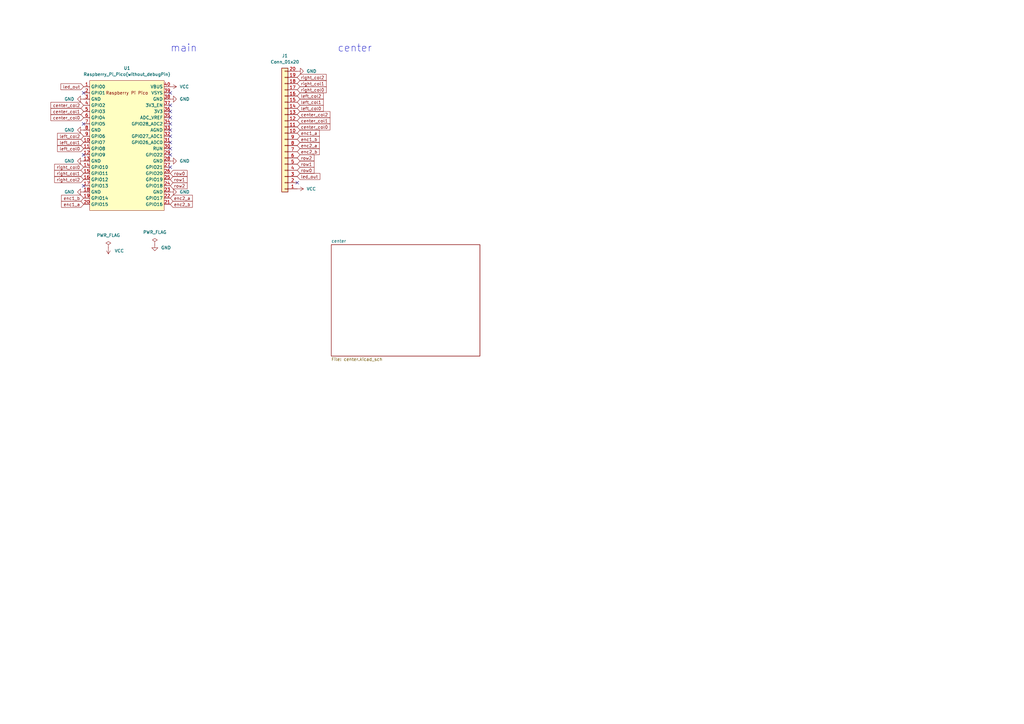
<source format=kicad_sch>
(kicad_sch (version 20211123) (generator eeschema)
  (paper "A3")
  (lib_symbols
    (symbol "Connector_Generic:Conn_01x20" (pin_names (offset 1.016) hide)
      (property "Reference" "J" (at 0 25.4 0))
      (property "Value" "Conn_01x20" (at 0 -27.94 0))
      (symbol "Conn_01x20_1_1"
        (rectangle (start -1.27 -25.273) (end 0 -25.527) (stroke (width 0.1524)))
        (rectangle (start -1.27 -22.733) (end 0 -22.987) (stroke (width 0.1524)))
        (rectangle (start -1.27 -20.193) (end 0 -20.447) (stroke (width 0.1524)))
        (rectangle (start -1.27 -17.653) (end 0 -17.907) (stroke (width 0.1524)))
        (rectangle (start -1.27 -15.113) (end 0 -15.367) (stroke (width 0.1524)))
        (rectangle (start -1.27 -12.573) (end 0 -12.827) (stroke (width 0.1524)))
        (rectangle (start -1.27 -10.033) (end 0 -10.287) (stroke (width 0.1524)))
        (rectangle (start -1.27 -7.493) (end 0 -7.747) (stroke (width 0.1524)))
        (rectangle (start -1.27 -4.953) (end 0 -5.207) (stroke (width 0.1524)))
        (rectangle (start -1.27 -2.413) (end 0 -2.667) (stroke (width 0.1524)))
        (rectangle (start -1.27 0.127) (end 0 -0.127) (stroke (width 0.1524)))
        (rectangle (start -1.27 2.667) (end 0 2.413) (stroke (width 0.1524)))
        (rectangle (start -1.27 5.207) (end 0 4.953) (stroke (width 0.1524)))
        (rectangle (start -1.27 7.747) (end 0 7.493) (stroke (width 0.1524)))
        (rectangle (start -1.27 10.287) (end 0 10.033) (stroke (width 0.1524)))
        (rectangle (start -1.27 12.827) (end 0 12.573) (stroke (width 0.1524)))
        (rectangle (start -1.27 15.367) (end 0 15.113) (stroke (width 0.1524)))
        (rectangle (start -1.27 17.907) (end 0 17.653) (stroke (width 0.1524)))
        (rectangle (start -1.27 20.447) (end 0 20.193) (stroke (width 0.1524)))
        (rectangle (start -1.27 22.987) (end 0 22.733) (stroke (width 0.1524)))
        (rectangle (start -1.27 24.13) (end 1.27 -26.67) (stroke (width 0.254)) (fill (type background)))
        (pin passive line (at -5.08 22.86 0) (length 3.81) (name "Pin_1") (number "1"))
        (pin passive line (at -5.08 0 0) (length 3.81) (name "Pin_10") (number "10"))
        (pin passive line (at -5.08 -2.54 0) (length 3.81) (name "Pin_11") (number "11"))
        (pin passive line (at -5.08 -5.08 0) (length 3.81) (name "Pin_12") (number "12"))
        (pin passive line (at -5.08 -7.62 0) (length 3.81) (name "Pin_13") (number "13"))
        (pin passive line (at -5.08 -10.16 0) (length 3.81) (name "Pin_14") (number "14"))
        (pin passive line (at -5.08 -12.7 0) (length 3.81) (name "Pin_15") (number "15"))
        (pin passive line (at -5.08 -15.24 0) (length 3.81) (name "Pin_16") (number "16"))
        (pin passive line (at -5.08 -17.78 0) (length 3.81) (name "Pin_17") (number "17"))
        (pin passive line (at -5.08 -20.32 0) (length 3.81) (name "Pin_18") (number "18"))
        (pin passive line (at -5.08 -22.86 0) (length 3.81) (name "Pin_19") (number "19"))
        (pin passive line (at -5.08 20.32 0) (length 3.81) (name "Pin_2") (number "2"))
        (pin passive line (at -5.08 -25.4 0) (length 3.81) (name "Pin_20") (number "20"))
        (pin passive line (at -5.08 17.78 0) (length 3.81) (name "Pin_3") (number "3"))
        (pin passive line (at -5.08 15.24 0) (length 3.81) (name "Pin_4") (number "4"))
        (pin passive line (at -5.08 12.7 0) (length 3.81) (name "Pin_5") (number "5"))
        (pin passive line (at -5.08 10.16 0) (length 3.81) (name "Pin_6") (number "6"))
        (pin passive line (at -5.08 7.62 0) (length 3.81) (name "Pin_7") (number "7"))
        (pin passive line (at -5.08 5.08 0) (length 3.81) (name "Pin_8") (number "8"))
        (pin passive line (at -5.08 2.54 0) (length 3.81) (name "Pin_9") (number "9"))
      )
    )
    (symbol "mikamo3:Raspberry_Pi_Pico(without_debugPin)"
      (property "Reference" "U" (at -13.97 27.94 0))
      (property "Value" "Raspberry_Pi_Pico(without_debugPin)" (at 0 19.05 0))
      (symbol "Raspberry_Pi_Pico(without_debugPin)_0_0"
        (text "Raspberry Pi Pico" (at 0 21.59 0) (effects (font (size 1.27 1.27))))
      )
      (symbol "Raspberry_Pi_Pico(without_debugPin)_0_1"
        (rectangle (start -15.24 26.67) (end 15.24 -26.67) (fill (type background)))
      )
      (symbol "Raspberry_Pi_Pico(without_debugPin)_1_1"
        (pin bidirectional line (at -17.78 24.13 0) (length 2.54) (name "GPIO0") (number "1"))
        (pin bidirectional line (at -17.78 1.27 0) (length 2.54) (name "GPIO7") (number "10"))
        (pin bidirectional line (at -17.78 -1.27 0) (length 2.54) (name "GPIO8") (number "11"))
        (pin bidirectional line (at -17.78 -3.81 0) (length 2.54) (name "GPIO9") (number "12"))
        (pin power_in line (at -17.78 -6.35 0) (length 2.54) (name "GND") (number "13"))
        (pin bidirectional line (at -17.78 -8.89 0) (length 2.54) (name "GPIO10") (number "14"))
        (pin bidirectional line (at -17.78 -11.43 0) (length 2.54) (name "GPIO11") (number "15"))
        (pin bidirectional line (at -17.78 -13.97 0) (length 2.54) (name "GPIO12") (number "16"))
        (pin bidirectional line (at -17.78 -16.51 0) (length 2.54) (name "GPIO13") (number "17"))
        (pin power_in line (at -17.78 -19.05 0) (length 2.54) (name "GND") (number "18"))
        (pin bidirectional line (at -17.78 -21.59 0) (length 2.54) (name "GPIO14") (number "19"))
        (pin bidirectional line (at -17.78 21.59 0) (length 2.54) (name "GPIO1") (number "2"))
        (pin bidirectional line (at -17.78 -24.13 0) (length 2.54) (name "GPIO15") (number "20"))
        (pin bidirectional line (at 17.78 -24.13 180) (length 2.54) (name "GPIO16") (number "21"))
        (pin bidirectional line (at 17.78 -21.59 180) (length 2.54) (name "GPIO17") (number "22"))
        (pin power_in line (at 17.78 -19.05 180) (length 2.54) (name "GND") (number "23"))
        (pin bidirectional line (at 17.78 -16.51 180) (length 2.54) (name "GPIO18") (number "24"))
        (pin bidirectional line (at 17.78 -13.97 180) (length 2.54) (name "GPIO19") (number "25"))
        (pin bidirectional line (at 17.78 -11.43 180) (length 2.54) (name "GPIO20") (number "26"))
        (pin bidirectional line (at 17.78 -8.89 180) (length 2.54) (name "GPIO21") (number "27"))
        (pin power_in line (at 17.78 -6.35 180) (length 2.54) (name "GND") (number "28"))
        (pin bidirectional line (at 17.78 -3.81 180) (length 2.54) (name "GPIO22") (number "29"))
        (pin power_in line (at -17.78 19.05 0) (length 2.54) (name "GND") (number "3"))
        (pin input line (at 17.78 -1.27 180) (length 2.54) (name "RUN") (number "30"))
        (pin bidirectional line (at 17.78 1.27 180) (length 2.54) (name "GPIO26_ADC0") (number "31"))
        (pin bidirectional line (at 17.78 3.81 180) (length 2.54) (name "GPIO27_ADC1") (number "32"))
        (pin power_in line (at 17.78 6.35 180) (length 2.54) (name "AGND") (number "33"))
        (pin bidirectional line (at 17.78 8.89 180) (length 2.54) (name "GPIO28_ADC2") (number "34"))
        (pin power_in line (at 17.78 11.43 180) (length 2.54) (name "ADC_VREF") (number "35"))
        (pin power_in line (at 17.78 13.97 180) (length 2.54) (name "3V3") (number "36"))
        (pin input line (at 17.78 16.51 180) (length 2.54) (name "3V3_EN") (number "37"))
        (pin power_in line (at 17.78 19.05 180) (length 2.54) (name "GND") (number "38"))
        (pin power_in line (at 17.78 21.59 180) (length 2.54) (name "VSYS") (number "39"))
        (pin bidirectional line (at -17.78 16.51 0) (length 2.54) (name "GPIO2") (number "4"))
        (pin power_in line (at 17.78 24.13 180) (length 2.54) (name "VBUS") (number "40"))
        (pin bidirectional line (at -17.78 13.97 0) (length 2.54) (name "GPIO3") (number "5"))
        (pin bidirectional line (at -17.78 11.43 0) (length 2.54) (name "GPIO4") (number "6"))
        (pin bidirectional line (at -17.78 8.89 0) (length 2.54) (name "GPIO5") (number "7"))
        (pin power_in line (at -17.78 6.35 0) (length 2.54) (name "GND") (number "8"))
        (pin bidirectional line (at -17.78 3.81 0) (length 2.54) (name "GPIO6") (number "9"))
      )
    )
    (symbol "power:GND" (power) (pin_names (offset 0))
      (property "Value" "GND" (at 0 -3.81 0))
      (symbol "GND_0_1"
        (polyline (pts (xy 0 0) (xy 0 -1.27) (xy 1.27 -1.27) (xy 0 -2.54) (xy -1.27 -1.27) (xy 0 -1.27)))
      )
      (symbol "GND_1_1"
        (pin power_in line (at 0 0 270) (length 0) hide (name "GND") (number "1"))
      )
    )
    (symbol "power:PWR_FLAG" (power) (pin_numbers hide) (pin_names (offset 0) hide)
      (property "Value" "PWR_FLAG" (at 0 3.81 0))
      (symbol "PWR_FLAG_0_0"
        (pin power_out line (at 0 0 90) (length 0) (name "pwr") (number "1"))
      )
      (symbol "PWR_FLAG_0_1"
        (polyline (pts (xy 0 0) (xy 0 1.27) (xy -1.016 1.905) (xy 0 2.54) (xy 1.016 1.905) (xy 0 1.27)))
      )
    )
    (symbol "power:VCC" (power) (pin_names (offset 0))
      (property "Value" "VCC" (at 0 3.81 0))
      (symbol "VCC_0_1"
        (polyline (pts (xy -0.762 1.27) (xy 0 2.54)))
        (polyline (pts (xy 0 0) (xy 0 2.54)))
        (polyline (pts (xy 0 2.54) (xy 0.762 1.27)))
      )
      (symbol "VCC_1_1"
        (pin power_in line (at 0 0 90) (length 0) hide (name "VCC") (number "1"))
      )
    )
  )
  (no_connect (at 69.85 60.96))
  (no_connect (at 69.85 50.8))
  (no_connect (at 69.85 53.34))
  (no_connect (at 69.85 43.18))
  (no_connect (at 69.85 45.72))
  (no_connect (at 69.85 63.5))
  (no_connect (at 34.29 63.5))
  (no_connect (at 69.85 58.42))
  (no_connect (at 69.85 48.26))
  (no_connect (at 34.29 38.1))
  (no_connect (at 69.85 38.1))
  (no_connect (at 69.85 68.58))
  (no_connect (at 69.85 55.88))
  (no_connect (at 34.29 50.8))
  (no_connect (at 121.92 74.93))
  (no_connect (at 34.29 76.2))
  (text "center" (at 138.43 21.59 0) (effects (font (size 3 3)) (justify left bottom)))
  (text "main" (at 69.85 21.59 0) (effects (font (size 3 3)) (justify left bottom)))
  (global_label "enc1_b" (shape input) (at 121.92 57.15 0) (property "シート間のリファレンス" "${INTERSHEET_REFS}" (effects hide)))
  (global_label "row2" (shape input) (at 69.85 76.2 0) (property "シート間のリファレンス" "${INTERSHEET_REFS}" (effects hide)))
  (global_label "center_col0" (shape input) (at 121.92 52.07 0) (property "シート間のリファレンス" "${INTERSHEET_REFS}" (effects hide)))
  (global_label "row1" (shape input) (at 121.92 67.31 0) (property "シート間のリファレンス" "${INTERSHEET_REFS}" (effects hide)))
  (global_label "row0" (shape input) (at 69.85 71.12 0) (property "シート間のリファレンス" "${INTERSHEET_REFS}" (effects hide)))
  (global_label "right_col2" (shape input) (at 121.92 31.75 0) (property "シート間のリファレンス" "${INTERSHEET_REFS}" (effects hide)))
  (global_label "center_col0" (shape input) (at 34.29 48.26 180) (property "シート間のリファレンス" "${INTERSHEET_REFS}" (effects hide)))
  (global_label "center_col1" (shape input) (at 34.29 45.72 180) (property "シート間のリファレンス" "${INTERSHEET_REFS}" (effects hide)))
  (global_label "right_col0" (shape input) (at 34.29 68.58 180) (property "シート間のリファレンス" "${INTERSHEET_REFS}" (effects hide)))
  (global_label "row2" (shape input) (at 121.92 64.77 0) (property "シート間のリファレンス" "${INTERSHEET_REFS}" (effects hide)))
  (global_label "led_out" (shape input) (at 121.92 72.39 0) (property "シート間のリファレンス" "${INTERSHEET_REFS}" (effects hide)))
  (global_label "led_out" (shape input) (at 34.29 35.56 180) (property "シート間のリファレンス" "${INTERSHEET_REFS}" (effects hide)))
  (global_label "enc1_b" (shape input) (at 34.29 81.28 180) (property "シート間のリファレンス" "${INTERSHEET_REFS}" (effects hide)))
  (global_label "row1" (shape input) (at 69.85 73.66 0) (property "シート間のリファレンス" "${INTERSHEET_REFS}" (effects hide)))
  (global_label "center_col1" (shape input) (at 121.92 49.53 0) (property "シート間のリファレンス" "${INTERSHEET_REFS}" (effects hide)))
  (global_label "left_col2" (shape input) (at 121.92 39.37 0) (property "シート間のリファレンス" "${INTERSHEET_REFS}" (effects hide)))
  (global_label "left_col0" (shape input) (at 34.29 60.96 180) (property "シート間のリファレンス" "${INTERSHEET_REFS}" (effects hide)))
  (global_label "right_col2" (shape input) (at 34.29 73.66 180) (property "シート間のリファレンス" "${INTERSHEET_REFS}" (effects hide)))
  (global_label "enc1_a" (shape input) (at 34.29 83.82 180) (property "シート間のリファレンス" "${INTERSHEET_REFS}" (effects hide)))
  (global_label "center_col2" (shape input) (at 121.92 46.99 0) (property "シート間のリファレンス" "${INTERSHEET_REFS}" (effects hide)))
  (global_label "enc2_a" (shape input) (at 121.92 59.69 0) (property "シート間のリファレンス" "${INTERSHEET_REFS}" (effects hide)))
  (global_label "center_col2" (shape input) (at 34.29 43.18 180) (property "シート間のリファレンス" "${INTERSHEET_REFS}" (effects hide)))
  (global_label "left_col1" (shape input) (at 34.29 58.42 180) (property "シート間のリファレンス" "${INTERSHEET_REFS}" (effects hide)))
  (global_label "left_col2" (shape input) (at 34.29 55.88 180) (property "シート間のリファレンス" "${INTERSHEET_REFS}" (effects hide)))
  (global_label "row0" (shape input) (at 121.92 69.85 0) (property "シート間のリファレンス" "${INTERSHEET_REFS}" (effects hide)))
  (global_label "left_col1" (shape input) (at 121.92 41.91 0) (property "シート間のリファレンス" "${INTERSHEET_REFS}" (effects hide)))
  (global_label "enc2_a" (shape input) (at 69.85 81.28 0) (property "シート間のリファレンス" "${INTERSHEET_REFS}" (effects hide)))
  (global_label "enc2_b" (shape input) (at 69.85 83.82 0) (property "シート間のリファレンス" "${INTERSHEET_REFS}" (effects hide)))
  (global_label "right_col1" (shape input) (at 34.29 71.12 180) (property "シート間のリファレンス" "${INTERSHEET_REFS}" (effects hide)))
  (global_label "enc1_a" (shape input) (at 121.92 54.61 0) (property "シート間のリファレンス" "${INTERSHEET_REFS}" (effects hide)))
  (global_label "enc2_b" (shape input) (at 121.92 62.23 0) (property "シート間のリファレンス" "${INTERSHEET_REFS}" (effects hide)))
  (global_label "left_col0" (shape input) (at 121.92 44.45 0) (property "シート間のリファレンス" "${INTERSHEET_REFS}" (effects hide)))
  (global_label "right_col0" (shape input) (at 121.92 36.83 0) (property "シート間のリファレンス" "${INTERSHEET_REFS}" (effects hide)))
  (global_label "right_col1" (shape input) (at 121.92 34.29 0) (property "シート間のリファレンス" "${INTERSHEET_REFS}" (effects hide)))
  (symbol (lib_id "power:GND") (at 69.85 78.74 90) (unit 1)
    (property "Reference" "#PWR0106" (effects hide))
    (property "Value" "GND" (at 73.66 78.7399 90) (effects (justify right)))
  )
  (symbol (lib_id "power:GND") (at 63.5 100.33 0) (unit 1)
    (property "Reference" "#PWR01" (effects hide))
    (property "Value" "GND" (at 66.04 101.5999 0) (effects (justify left)))
  )
  (symbol (lib_id "power:GND") (at 34.29 78.74 270) (unit 1)
    (property "Reference" "#PWR0101" (effects hide))
    (property "Value" "GND" (at 30.48 78.7399 90) (effects (justify right)))
  )
  (symbol (lib_id "power:PWR_FLAG") (at 44.45 101.6 0) (unit 1)
    (property "Reference" "#FLG02" (effects hide))
    (property "Value" "PWR_FLAG" (at 44.45 96.52 0))
  )
  (symbol (lib_id "power:PWR_FLAG") (at 63.5 100.33 0) (unit 1)
    (property "Reference" "#FLG01" (effects hide))
    (property "Value" "PWR_FLAG" (at 63.5 95.25 0))
  )
  (symbol (lib_id "power:GND") (at 121.92 29.21 90) (unit 1)
    (property "Reference" "#PWR0110" (effects hide))
    (property "Value" "GND" (at 125.73 29.2101 90) (effects (justify right)))
  )
  (symbol (lib_id "power:VCC") (at 44.45 101.6 180) (unit 1)
    (property "Reference" "#PWR02" (effects hide))
    (property "Value" "VCC" (at 46.99 102.8699 0) (effects (justify right)))
  )
  (symbol (lib_id "power:GND") (at 69.85 66.04 90) (unit 1)
    (property "Reference" "#PWR0105" (effects hide))
    (property "Value" "GND" (at 73.66 66.0399 90) (effects (justify right)))
  )
  (symbol (lib_id "Connector_Generic:Conn_01x20") (at 116.84 54.61 180) (unit 1)
    (property "Reference" "J1" (at 116.84 22.86 0))
    (property "Value" "Conn_01x20" (at 116.84 25.4 0))
    (property "Footprint" "Connector_PinHeader_2.54mm:PinHeader_2x10_P2.54mm_Horizontal" (effects hide))
  )
  (symbol (lib_id "power:GND") (at 69.85 40.64 90) (unit 1)
    (property "Reference" "#PWR0108" (effects hide))
    (property "Value" "GND" (at 73.66 40.6399 90) (effects (justify right)))
  )
  (symbol (lib_id "power:GND") (at 34.29 53.34 270) (unit 1)
    (property "Reference" "#PWR0102" (effects hide))
    (property "Value" "GND" (at 30.48 53.3399 90) (effects (justify right)))
  )
  (symbol (lib_id "power:GND") (at 34.29 66.04 270) (unit 1)
    (property "Reference" "#PWR0103" (effects hide))
    (property "Value" "GND" (at 30.48 66.0399 90) (effects (justify right)))
  )
  (symbol (lib_id "power:GND") (at 34.29 40.64 270) (unit 1)
    (property "Reference" "#PWR0104" (effects hide))
    (property "Value" "GND" (at 30.48 40.6399 90) (effects (justify right)))
  )
  (symbol (lib_id "power:VCC") (at 69.85 35.56 270) (unit 1)
    (property "Reference" "#PWR0109" (effects hide))
    (property "Value" "VCC" (at 73.66 35.5599 90) (effects (justify left)))
  )
  (symbol (lib_id "mikamo3:Raspberry_Pi_Pico(without_debugPin)") (at 52.07 59.69 0) (unit 1)
    (property "Reference" "U1" (at 52.07 27.94 0))
    (property "Value" "Raspberry_Pi_Pico(without_debugPin)" (at 52.07 30.48 0))
    (property "Footprint" "mikamo3:raspberry_pi_pico" (effects hide))
  )
  (symbol (lib_id "power:VCC") (at 121.92 77.47 270) (unit 1)
    (property "Reference" "#PWR0107" (effects hide))
    (property "Value" "VCC" (at 125.73 77.4701 90) (effects (justify left)))
  )
  (sheet (at 135.89 100.33) (size 60.96 45.72) (stroke (width 0.1524))
    (property "Sheet name" "center" (at 135.89 99.6184 0) (effects (justify left bottom)))
    (property "Sheet file" "center.kicad_sch" (at 135.89 146.6346 0) (effects (justify left top)))
  )
)
</source>
